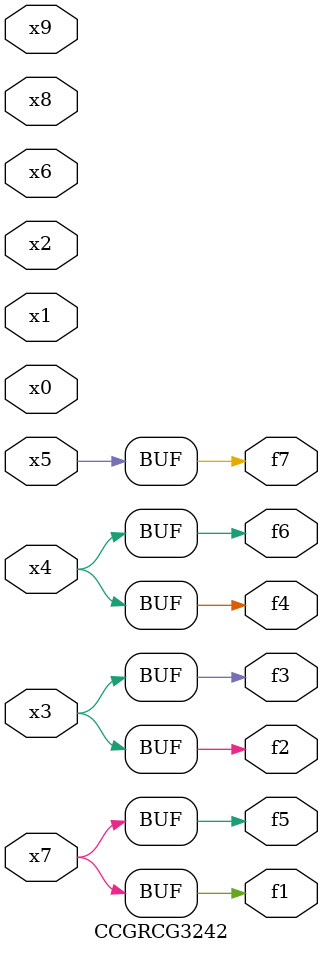
<source format=v>
module CCGRCG3242(
	input x0, x1, x2, x3, x4, x5, x6, x7, x8, x9,
	output f1, f2, f3, f4, f5, f6, f7
);
	assign f1 = x7;
	assign f2 = x3;
	assign f3 = x3;
	assign f4 = x4;
	assign f5 = x7;
	assign f6 = x4;
	assign f7 = x5;
endmodule

</source>
